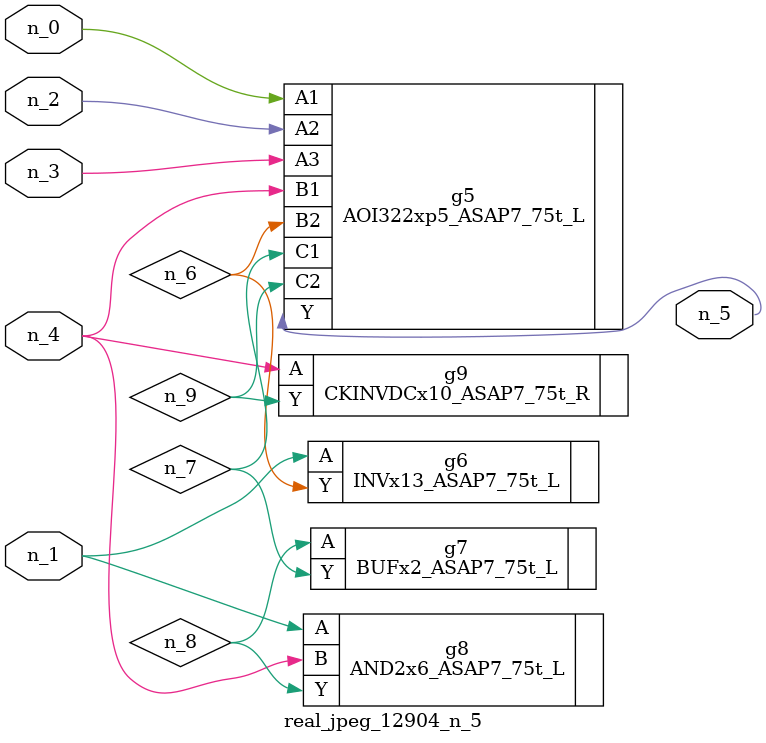
<source format=v>
module real_jpeg_12904_n_5 (n_4, n_0, n_1, n_2, n_3, n_5);

input n_4;
input n_0;
input n_1;
input n_2;
input n_3;

output n_5;

wire n_8;
wire n_6;
wire n_7;
wire n_9;

AOI322xp5_ASAP7_75t_L g5 ( 
.A1(n_0),
.A2(n_2),
.A3(n_3),
.B1(n_4),
.B2(n_6),
.C1(n_7),
.C2(n_9),
.Y(n_5)
);

INVx13_ASAP7_75t_L g6 ( 
.A(n_1),
.Y(n_6)
);

AND2x6_ASAP7_75t_L g8 ( 
.A(n_1),
.B(n_4),
.Y(n_8)
);

CKINVDCx10_ASAP7_75t_R g9 ( 
.A(n_4),
.Y(n_9)
);

BUFx2_ASAP7_75t_L g7 ( 
.A(n_8),
.Y(n_7)
);


endmodule
</source>
